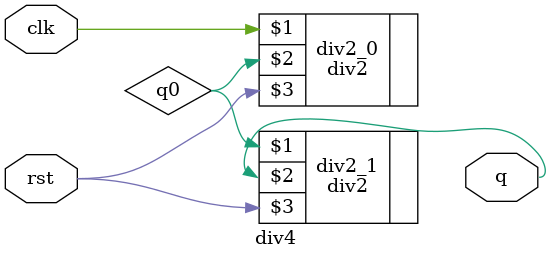
<source format=v>
`timescale 1ns / 1ps
module div4(
    input clk,
    output q,
    input rst
    );

	reg q0;
	
	div2 div2_0 (
		clk, q0, rst
	);
	
	div2 div2_1 (
		q0, q, rst
	);

endmodule

</source>
